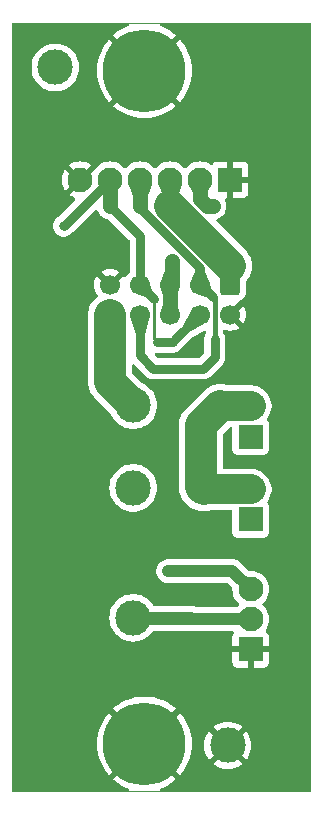
<source format=gbl>
G04 #@! TF.GenerationSoftware,KiCad,Pcbnew,8.0.6*
G04 #@! TF.CreationDate,2025-12-26T07:29:08-05:00*
G04 #@! TF.ProjectId,heaterboard_1,68656174-6572-4626-9f61-72645f312e6b,3.0*
G04 #@! TF.SameCoordinates,Original*
G04 #@! TF.FileFunction,Copper,L2,Bot*
G04 #@! TF.FilePolarity,Positive*
%FSLAX46Y46*%
G04 Gerber Fmt 4.6, Leading zero omitted, Abs format (unit mm)*
G04 Created by KiCad (PCBNEW 8.0.6) date 2025-12-26 07:29:08*
%MOMM*%
%LPD*%
G01*
G04 APERTURE LIST*
G04 Aperture macros list*
%AMRoundRect*
0 Rectangle with rounded corners*
0 $1 Rounding radius*
0 $2 $3 $4 $5 $6 $7 $8 $9 X,Y pos of 4 corners*
0 Add a 4 corners polygon primitive as box body*
4,1,4,$2,$3,$4,$5,$6,$7,$8,$9,$2,$3,0*
0 Add four circle primitives for the rounded corners*
1,1,$1+$1,$2,$3*
1,1,$1+$1,$4,$5*
1,1,$1+$1,$6,$7*
1,1,$1+$1,$8,$9*
0 Add four rect primitives between the rounded corners*
20,1,$1+$1,$2,$3,$4,$5,0*
20,1,$1+$1,$4,$5,$6,$7,0*
20,1,$1+$1,$6,$7,$8,$9,0*
20,1,$1+$1,$8,$9,$2,$3,0*%
G04 Aperture macros list end*
G04 #@! TA.AperFunction,ComponentPad*
%ADD10C,3.000000*%
G04 #@! TD*
G04 #@! TA.AperFunction,ComponentPad*
%ADD11R,2.100000X2.100000*%
G04 #@! TD*
G04 #@! TA.AperFunction,ComponentPad*
%ADD12C,2.100000*%
G04 #@! TD*
G04 #@! TA.AperFunction,ComponentPad*
%ADD13RoundRect,0.250000X-0.600000X0.600000X-0.600000X-0.600000X0.600000X-0.600000X0.600000X0.600000X0*%
G04 #@! TD*
G04 #@! TA.AperFunction,ComponentPad*
%ADD14C,1.700000*%
G04 #@! TD*
G04 #@! TA.AperFunction,ComponentPad*
%ADD15C,0.800000*%
G04 #@! TD*
G04 #@! TA.AperFunction,ComponentPad*
%ADD16C,7.000000*%
G04 #@! TD*
G04 #@! TA.AperFunction,ViaPad*
%ADD17C,0.800000*%
G04 #@! TD*
G04 #@! TA.AperFunction,ViaPad*
%ADD18C,1.200000*%
G04 #@! TD*
G04 #@! TA.AperFunction,Conductor*
%ADD19C,0.762000*%
G04 #@! TD*
G04 #@! TA.AperFunction,Conductor*
%ADD20C,0.254000*%
G04 #@! TD*
G04 #@! TA.AperFunction,Conductor*
%ADD21C,1.270000*%
G04 #@! TD*
G04 #@! TA.AperFunction,Conductor*
%ADD22C,0.250000*%
G04 #@! TD*
G04 #@! TA.AperFunction,Conductor*
%ADD23C,1.000000*%
G04 #@! TD*
G04 #@! TA.AperFunction,Conductor*
%ADD24C,2.700000*%
G04 #@! TD*
G04 #@! TA.AperFunction,Conductor*
%ADD25C,0.508000*%
G04 #@! TD*
G04 #@! TA.AperFunction,Conductor*
%ADD26C,2.500000*%
G04 #@! TD*
G04 #@! TA.AperFunction,Conductor*
%ADD27C,0.381000*%
G04 #@! TD*
G04 #@! TA.AperFunction,Profile*
%ADD28C,0.100000*%
G04 #@! TD*
G04 APERTURE END LIST*
D10*
X143050000Y-124329714D03*
X151050000Y-146129714D03*
D11*
X151250000Y-98250000D03*
D12*
X148710000Y-98250000D03*
X146170000Y-98250000D03*
X143630000Y-98250000D03*
X141090000Y-98250000D03*
X138550000Y-98250000D03*
D10*
X143050000Y-117329714D03*
D13*
X151250000Y-107125000D03*
D14*
X151250000Y-109665000D03*
X148710000Y-107125000D03*
X148710000Y-109665000D03*
X146170000Y-107125000D03*
X146170000Y-109665000D03*
X143630000Y-107125000D03*
X143630000Y-109665000D03*
X141090000Y-107125000D03*
X141090000Y-109665000D03*
D10*
X143050000Y-135329714D03*
X136450000Y-88729714D03*
D11*
X153000000Y-138000000D03*
D12*
X153000000Y-135460000D03*
X153000000Y-132920000D03*
D11*
X153000000Y-120000000D03*
D12*
X153000000Y-117460000D03*
D15*
X141375000Y-146000000D03*
X142143845Y-144143845D03*
X142143845Y-147856155D03*
X144000000Y-143375000D03*
D16*
X144000000Y-146000000D03*
D15*
X144000000Y-148625000D03*
X145856155Y-144143845D03*
X145856155Y-147856155D03*
X146625000Y-146000000D03*
X141375000Y-89000000D03*
X142143845Y-87143845D03*
X142143845Y-90856155D03*
X144000000Y-86375000D03*
D16*
X144000000Y-89000000D03*
D15*
X144000000Y-91625000D03*
X145856155Y-87143845D03*
X145856155Y-90856155D03*
X146625000Y-89000000D03*
D11*
X153000000Y-127000000D03*
D12*
X153000000Y-124460000D03*
D17*
X137160000Y-102158800D03*
X139800000Y-102579714D03*
X138430000Y-109220000D03*
X145590000Y-121044714D03*
X148590000Y-112395000D03*
X141951122Y-105005524D03*
X153845000Y-105169714D03*
X139065000Y-106045000D03*
D18*
X149800050Y-100450000D03*
X146304000Y-105156000D03*
D17*
X146006250Y-131373464D03*
X144760514Y-114229714D03*
D19*
X143630000Y-102990000D02*
X141090000Y-100450000D01*
X141068800Y-98250000D02*
X137160000Y-102158800D01*
D20*
X144807000Y-108302000D02*
X144807000Y-111733000D01*
D21*
X141090000Y-100450000D02*
X141090000Y-98250000D01*
D19*
X145074000Y-112000000D02*
X146375000Y-112000000D01*
D22*
X143180286Y-135460000D02*
X143050000Y-135329714D01*
D20*
X146375000Y-112000000D02*
X146615000Y-111760000D01*
D19*
X143630000Y-107125000D02*
X144807000Y-108302000D01*
X143630000Y-107125000D02*
X143630000Y-102990000D01*
D23*
X148050000Y-135460000D02*
X147919714Y-135329714D01*
D19*
X146615000Y-111760000D02*
X148710000Y-109665000D01*
D23*
X148050000Y-135460000D02*
X143180286Y-135460000D01*
X147919714Y-135329714D02*
X143050000Y-135329714D01*
X153000000Y-135460000D02*
X148050000Y-135460000D01*
D20*
X144807000Y-111733000D02*
X145074000Y-112000000D01*
D24*
X143050000Y-117329714D02*
X141090000Y-115369714D01*
X146170000Y-100450000D02*
X151250000Y-105530000D01*
X149005286Y-124460000D02*
X148765000Y-124219714D01*
D25*
X146304000Y-98552000D02*
X146304000Y-98384000D01*
D26*
X153000000Y-124460000D02*
X149005286Y-124460000D01*
D24*
X148765000Y-119035000D02*
X150400000Y-117400000D01*
X148765000Y-124219714D02*
X148765000Y-119035000D01*
D19*
X151250000Y-105530000D02*
X151250000Y-107125000D01*
D25*
X146304000Y-98384000D02*
X146170000Y-98250000D01*
D26*
X150400000Y-117400000D02*
X153000000Y-117400000D01*
D24*
X141090000Y-115369714D02*
X141090000Y-109665000D01*
D21*
X146170000Y-98250000D02*
X146170000Y-100450000D01*
D22*
X148710000Y-99600497D02*
X148710000Y-99860000D01*
D21*
X148710000Y-99860000D02*
X149300000Y-100450000D01*
X149300000Y-100450000D02*
X149800050Y-100450000D01*
D22*
X148978000Y-100450000D02*
X149800050Y-100450000D01*
D21*
X146170000Y-107125000D02*
X146170000Y-109665000D01*
D22*
X146304000Y-106991000D02*
X146170000Y-107125000D01*
D21*
X148710000Y-98250000D02*
X148710000Y-99860000D01*
D22*
X148844000Y-100584000D02*
X148978000Y-100450000D01*
X148776117Y-100450000D02*
X149800050Y-100450000D01*
D21*
X146304000Y-105156000D02*
X146304000Y-106991000D01*
D19*
X143630000Y-100659714D02*
X148710000Y-105739714D01*
D23*
X151453464Y-131373464D02*
X153000000Y-132920000D01*
D19*
X148710000Y-105739714D02*
X148710000Y-107125000D01*
X144760514Y-114229714D02*
X143630000Y-113099200D01*
D23*
X146006250Y-131373464D02*
X151453464Y-131373464D01*
D19*
X143630000Y-100450000D02*
X143630000Y-100659714D01*
X149950500Y-113249500D02*
X149950500Y-111700000D01*
D21*
X143630000Y-98250000D02*
X143630000Y-100450000D01*
D22*
X149885000Y-108229000D02*
X149860000Y-108204000D01*
D19*
X149789000Y-108204000D02*
X148710000Y-107125000D01*
X144760514Y-114229714D02*
X148970286Y-114229714D01*
D27*
X149950500Y-111700000D02*
X149950500Y-108294500D01*
D22*
X149860000Y-108204000D02*
X149789000Y-108204000D01*
D19*
X148970286Y-114229714D02*
X149950500Y-113249500D01*
X143630000Y-113099200D02*
X143630000Y-109665000D01*
G04 #@! TA.AperFunction,Conductor*
G36*
X149182175Y-111037668D02*
G01*
X149224022Y-111093620D01*
X149228977Y-111163313D01*
X149210925Y-111205793D01*
X149162233Y-111278667D01*
X149095184Y-111440537D01*
X149095181Y-111440549D01*
X149061000Y-111612387D01*
X149061000Y-112829695D01*
X149041315Y-112896734D01*
X149024681Y-112917376D01*
X148638162Y-113303895D01*
X148576839Y-113337380D01*
X148550481Y-113340214D01*
X145180319Y-113340214D01*
X145113280Y-113320529D01*
X145092638Y-113303895D01*
X144889629Y-113100886D01*
X144856144Y-113039563D01*
X144861128Y-112969871D01*
X144903000Y-112913938D01*
X144968464Y-112889521D01*
X144980300Y-112889680D01*
X144980300Y-112889500D01*
X146462609Y-112889500D01*
X146462610Y-112889499D01*
X146634458Y-112855317D01*
X146796336Y-112788265D01*
X146942023Y-112690920D01*
X147065920Y-112567023D01*
X147078968Y-112547494D01*
X147098721Y-112517933D01*
X147132933Y-112483721D01*
X147162494Y-112463968D01*
X147182023Y-112450920D01*
X148059961Y-111572980D01*
X148088254Y-111551809D01*
X149048445Y-111028044D01*
X149116721Y-111013223D01*
X149182175Y-111037668D01*
G37*
G04 #@! TD.AperFunction*
G04 #@! TA.AperFunction,Conductor*
G36*
X142658343Y-85019685D02*
G01*
X142704098Y-85072489D01*
X142714042Y-85141647D01*
X142685017Y-85205203D01*
X142633078Y-85240752D01*
X142467423Y-85300023D01*
X142112135Y-85468062D01*
X141775041Y-85670109D01*
X141459368Y-85904228D01*
X141353622Y-86000069D01*
X142285457Y-86931904D01*
X142193573Y-86893845D01*
X142094117Y-86893845D01*
X142002231Y-86931905D01*
X141931905Y-87002231D01*
X141893845Y-87094117D01*
X141893845Y-87193573D01*
X141931904Y-87285456D01*
X141000069Y-86353622D01*
X140904228Y-86459368D01*
X140670109Y-86775041D01*
X140468062Y-87112135D01*
X140300023Y-87467424D01*
X140300016Y-87467440D01*
X140167625Y-87837450D01*
X140072129Y-88218691D01*
X140014461Y-88607449D01*
X139995176Y-89000000D01*
X140014461Y-89392550D01*
X140072129Y-89781308D01*
X140167625Y-90162549D01*
X140300016Y-90532559D01*
X140300023Y-90532575D01*
X140468062Y-90887864D01*
X140670109Y-91224958D01*
X140904228Y-91540632D01*
X141000068Y-91646376D01*
X141000069Y-91646376D01*
X142598381Y-90048064D01*
X142681457Y-90156331D01*
X142843669Y-90318543D01*
X142951934Y-90401617D01*
X142355786Y-90997765D01*
X142393845Y-90905883D01*
X142393845Y-90806427D01*
X142355785Y-90714541D01*
X142285459Y-90644215D01*
X142193573Y-90606155D01*
X142094117Y-90606155D01*
X142002231Y-90644215D01*
X141931905Y-90714541D01*
X141893845Y-90806427D01*
X141893845Y-90905883D01*
X141931905Y-90997769D01*
X142002231Y-91068095D01*
X142094117Y-91106155D01*
X142193573Y-91106155D01*
X142285455Y-91068096D01*
X141353622Y-91999929D01*
X141353622Y-91999930D01*
X141459367Y-92095771D01*
X141775041Y-92329890D01*
X142112135Y-92531937D01*
X142467424Y-92699976D01*
X142467440Y-92699983D01*
X142837450Y-92832374D01*
X143218691Y-92927870D01*
X143607449Y-92985538D01*
X144000000Y-93004823D01*
X144392550Y-92985538D01*
X144781308Y-92927870D01*
X145162549Y-92832374D01*
X145532559Y-92699983D01*
X145532575Y-92699976D01*
X145887864Y-92531937D01*
X146224958Y-92329890D01*
X146540632Y-92095770D01*
X146646376Y-91999929D01*
X145714542Y-91068095D01*
X145806427Y-91106155D01*
X145905883Y-91106155D01*
X145997769Y-91068095D01*
X146068095Y-90997769D01*
X146106155Y-90905883D01*
X146106155Y-90806427D01*
X146068095Y-90714542D01*
X146999929Y-91646376D01*
X147095770Y-91540632D01*
X147329890Y-91224958D01*
X147531937Y-90887864D01*
X147699976Y-90532575D01*
X147699983Y-90532559D01*
X147832374Y-90162549D01*
X147927870Y-89781308D01*
X147985538Y-89392550D01*
X148004823Y-89000000D01*
X147985538Y-88607449D01*
X147927870Y-88218691D01*
X147832374Y-87837450D01*
X147699983Y-87467440D01*
X147699976Y-87467424D01*
X147531937Y-87112135D01*
X147329890Y-86775041D01*
X147095771Y-86459367D01*
X146999930Y-86353622D01*
X146999929Y-86353622D01*
X146068096Y-87285454D01*
X146106155Y-87193573D01*
X146106155Y-87094117D01*
X146068095Y-87002231D01*
X145997769Y-86931905D01*
X145905883Y-86893845D01*
X145806427Y-86893845D01*
X145714541Y-86931905D01*
X145644215Y-87002231D01*
X145606155Y-87094117D01*
X145606155Y-87193573D01*
X145644215Y-87285459D01*
X145714541Y-87355785D01*
X145806427Y-87393845D01*
X145905883Y-87393845D01*
X145997764Y-87355786D01*
X145401617Y-87951934D01*
X145318543Y-87843669D01*
X145156331Y-87681457D01*
X145048065Y-87598381D01*
X146646376Y-86000069D01*
X146646376Y-86000068D01*
X146540632Y-85904228D01*
X146224958Y-85670109D01*
X145887864Y-85468062D01*
X145532576Y-85300023D01*
X145366922Y-85240752D01*
X145310433Y-85199633D01*
X145285141Y-85134501D01*
X145299078Y-85066036D01*
X145347817Y-85015973D01*
X145408696Y-85000000D01*
X157876000Y-85000000D01*
X157943039Y-85019685D01*
X157988794Y-85072489D01*
X158000000Y-85124000D01*
X158000000Y-149876000D01*
X157980315Y-149943039D01*
X157927511Y-149988794D01*
X157876000Y-150000000D01*
X145408696Y-150000000D01*
X145341657Y-149980315D01*
X145295902Y-149927511D01*
X145285958Y-149858353D01*
X145314983Y-149794797D01*
X145366922Y-149759248D01*
X145532576Y-149699976D01*
X145887864Y-149531937D01*
X146224958Y-149329890D01*
X146540632Y-149095770D01*
X146646376Y-148999929D01*
X145714542Y-148068095D01*
X145806427Y-148106155D01*
X145905883Y-148106155D01*
X145997769Y-148068095D01*
X146068095Y-147997769D01*
X146106155Y-147905883D01*
X146106155Y-147806427D01*
X146068095Y-147714542D01*
X146999929Y-148646376D01*
X147095770Y-148540632D01*
X147329890Y-148224958D01*
X147531937Y-147887864D01*
X147699976Y-147532575D01*
X147699983Y-147532559D01*
X147832374Y-147162549D01*
X147927870Y-146781308D01*
X147985538Y-146392550D01*
X147998451Y-146129712D01*
X149044891Y-146129712D01*
X149044891Y-146129715D01*
X149065300Y-146415076D01*
X149126109Y-146694609D01*
X149226091Y-146962672D01*
X149363191Y-147213752D01*
X149363196Y-147213760D01*
X149469882Y-147356275D01*
X149469883Y-147356276D01*
X150372421Y-146453738D01*
X150385359Y-146484972D01*
X150467437Y-146607811D01*
X150571903Y-146712277D01*
X150694742Y-146794355D01*
X150725974Y-146807292D01*
X149823436Y-147709829D01*
X149965960Y-147816521D01*
X149965961Y-147816522D01*
X150217042Y-147953622D01*
X150217041Y-147953622D01*
X150485104Y-148053604D01*
X150764637Y-148114413D01*
X151049999Y-148134823D01*
X151050001Y-148134823D01*
X151335362Y-148114413D01*
X151614895Y-148053604D01*
X151882958Y-147953622D01*
X152134047Y-147816517D01*
X152276561Y-147709830D01*
X152276562Y-147709829D01*
X151374025Y-146807291D01*
X151405258Y-146794355D01*
X151528097Y-146712277D01*
X151632563Y-146607811D01*
X151714641Y-146484972D01*
X151727578Y-146453739D01*
X152630115Y-147356276D01*
X152630116Y-147356275D01*
X152736803Y-147213761D01*
X152873908Y-146962672D01*
X152973890Y-146694609D01*
X153034699Y-146415076D01*
X153055109Y-146129715D01*
X153055109Y-146129712D01*
X153034699Y-145844351D01*
X152973890Y-145564818D01*
X152873908Y-145296755D01*
X152736808Y-145045675D01*
X152736807Y-145045674D01*
X152630115Y-144903150D01*
X151727577Y-145805687D01*
X151714641Y-145774456D01*
X151632563Y-145651617D01*
X151528097Y-145547151D01*
X151405258Y-145465073D01*
X151374024Y-145452135D01*
X152276562Y-144549597D01*
X152276561Y-144549596D01*
X152134046Y-144442910D01*
X152134038Y-144442905D01*
X151882957Y-144305805D01*
X151882958Y-144305805D01*
X151614895Y-144205823D01*
X151335362Y-144145014D01*
X151050001Y-144124605D01*
X151049999Y-144124605D01*
X150764637Y-144145014D01*
X150485104Y-144205823D01*
X150217041Y-144305805D01*
X149965961Y-144442905D01*
X149965953Y-144442910D01*
X149823437Y-144549596D01*
X149823436Y-144549597D01*
X150725975Y-145452135D01*
X150694742Y-145465073D01*
X150571903Y-145547151D01*
X150467437Y-145651617D01*
X150385359Y-145774456D01*
X150372421Y-145805688D01*
X149469883Y-144903150D01*
X149469882Y-144903151D01*
X149363196Y-145045667D01*
X149363191Y-145045675D01*
X149226091Y-145296755D01*
X149126109Y-145564818D01*
X149065300Y-145844351D01*
X149044891Y-146129712D01*
X147998451Y-146129712D01*
X148004823Y-146000000D01*
X147985538Y-145607449D01*
X147927870Y-145218691D01*
X147832374Y-144837450D01*
X147699983Y-144467440D01*
X147699976Y-144467424D01*
X147531937Y-144112135D01*
X147329890Y-143775041D01*
X147095771Y-143459367D01*
X146999930Y-143353622D01*
X146999929Y-143353622D01*
X146068096Y-144285454D01*
X146106155Y-144193573D01*
X146106155Y-144094117D01*
X146068095Y-144002231D01*
X145997769Y-143931905D01*
X145905883Y-143893845D01*
X145806427Y-143893845D01*
X145714541Y-143931905D01*
X145644215Y-144002231D01*
X145606155Y-144094117D01*
X145606155Y-144193573D01*
X145644215Y-144285459D01*
X145714541Y-144355785D01*
X145806427Y-144393845D01*
X145905883Y-144393845D01*
X145997764Y-144355786D01*
X145401617Y-144951934D01*
X145318543Y-144843669D01*
X145156331Y-144681457D01*
X145048065Y-144598381D01*
X146646376Y-143000069D01*
X146646376Y-143000068D01*
X146540632Y-142904228D01*
X146224958Y-142670109D01*
X145887864Y-142468062D01*
X145532575Y-142300023D01*
X145532559Y-142300016D01*
X145162549Y-142167625D01*
X144781308Y-142072129D01*
X144392550Y-142014461D01*
X144000000Y-141995176D01*
X143607449Y-142014461D01*
X143218691Y-142072129D01*
X142837450Y-142167625D01*
X142467440Y-142300016D01*
X142467424Y-142300023D01*
X142112135Y-142468062D01*
X141775041Y-142670109D01*
X141459368Y-142904228D01*
X141353622Y-143000069D01*
X142285457Y-143931904D01*
X142193573Y-143893845D01*
X142094117Y-143893845D01*
X142002231Y-143931905D01*
X141931905Y-144002231D01*
X141893845Y-144094117D01*
X141893845Y-144193573D01*
X141931904Y-144285456D01*
X141000069Y-143353622D01*
X140904228Y-143459368D01*
X140670109Y-143775041D01*
X140468062Y-144112135D01*
X140300023Y-144467424D01*
X140300016Y-144467440D01*
X140167625Y-144837450D01*
X140072129Y-145218691D01*
X140014461Y-145607449D01*
X139995176Y-146000000D01*
X140014461Y-146392550D01*
X140072129Y-146781308D01*
X140167625Y-147162549D01*
X140300016Y-147532559D01*
X140300023Y-147532575D01*
X140468062Y-147887864D01*
X140670109Y-148224958D01*
X140904228Y-148540632D01*
X141000068Y-148646376D01*
X141000069Y-148646376D01*
X142598381Y-147048064D01*
X142681457Y-147156331D01*
X142843669Y-147318543D01*
X142951934Y-147401617D01*
X142355786Y-147997765D01*
X142393845Y-147905883D01*
X142393845Y-147806427D01*
X142355785Y-147714541D01*
X142285459Y-147644215D01*
X142193573Y-147606155D01*
X142094117Y-147606155D01*
X142002231Y-147644215D01*
X141931905Y-147714541D01*
X141893845Y-147806427D01*
X141893845Y-147905883D01*
X141931905Y-147997769D01*
X142002231Y-148068095D01*
X142094117Y-148106155D01*
X142193573Y-148106155D01*
X142285455Y-148068096D01*
X141353622Y-148999929D01*
X141353622Y-148999930D01*
X141459367Y-149095771D01*
X141775041Y-149329890D01*
X142112135Y-149531937D01*
X142467423Y-149699976D01*
X142633078Y-149759248D01*
X142689567Y-149800367D01*
X142714859Y-149865499D01*
X142700922Y-149933964D01*
X142652183Y-149984027D01*
X142591304Y-150000000D01*
X132924000Y-150000000D01*
X132856961Y-149980315D01*
X132811206Y-149927511D01*
X132800000Y-149876000D01*
X132800000Y-135329714D01*
X141036807Y-135329714D01*
X141055557Y-135603844D01*
X141055558Y-135603846D01*
X141111458Y-135872855D01*
X141111463Y-135872872D01*
X141203476Y-136131770D01*
X141329889Y-136375738D01*
X141329893Y-136375744D01*
X141488340Y-136600213D01*
X141488343Y-136600216D01*
X141675889Y-136801028D01*
X141889031Y-136974432D01*
X141889033Y-136974433D01*
X141889034Y-136974434D01*
X142123801Y-137117199D01*
X142328348Y-137206045D01*
X142375823Y-137226667D01*
X142640404Y-137300799D01*
X142879720Y-137333692D01*
X142912614Y-137338214D01*
X142912615Y-137338214D01*
X143187386Y-137338214D01*
X143216733Y-137334180D01*
X143459596Y-137300799D01*
X143724177Y-137226667D01*
X143976200Y-137117198D01*
X144210969Y-136974432D01*
X144424111Y-136801028D01*
X144611657Y-136600216D01*
X144667579Y-136520991D01*
X144722321Y-136477574D01*
X144768884Y-136468500D01*
X147950671Y-136468500D01*
X151438148Y-136468500D01*
X151505187Y-136488185D01*
X151550942Y-136540989D01*
X151560886Y-136610147D01*
X151537414Y-136666812D01*
X151506647Y-136707910D01*
X151506645Y-136707913D01*
X151456403Y-136842620D01*
X151456401Y-136842627D01*
X151450000Y-136902155D01*
X151450000Y-137750000D01*
X152509252Y-137750000D01*
X152487482Y-137787708D01*
X152450000Y-137927591D01*
X152450000Y-138072409D01*
X152487482Y-138212292D01*
X152509252Y-138250000D01*
X151450000Y-138250000D01*
X151450000Y-139097844D01*
X151456401Y-139157372D01*
X151456403Y-139157379D01*
X151506645Y-139292086D01*
X151506649Y-139292093D01*
X151592809Y-139407187D01*
X151592812Y-139407190D01*
X151707906Y-139493350D01*
X151707913Y-139493354D01*
X151842620Y-139543596D01*
X151842627Y-139543598D01*
X151902155Y-139549999D01*
X151902172Y-139550000D01*
X152750000Y-139550000D01*
X152750000Y-138490747D01*
X152787708Y-138512518D01*
X152927591Y-138550000D01*
X153072409Y-138550000D01*
X153212292Y-138512518D01*
X153250000Y-138490747D01*
X153250000Y-139550000D01*
X154097828Y-139550000D01*
X154097844Y-139549999D01*
X154157372Y-139543598D01*
X154157379Y-139543596D01*
X154292086Y-139493354D01*
X154292093Y-139493350D01*
X154407187Y-139407190D01*
X154407190Y-139407187D01*
X154493350Y-139292093D01*
X154493354Y-139292086D01*
X154543596Y-139157379D01*
X154543598Y-139157372D01*
X154549999Y-139097844D01*
X154550000Y-139097827D01*
X154550000Y-138250000D01*
X153490748Y-138250000D01*
X153512518Y-138212292D01*
X153550000Y-138072409D01*
X153550000Y-137927591D01*
X153512518Y-137787708D01*
X153490748Y-137750000D01*
X154550000Y-137750000D01*
X154550000Y-136902172D01*
X154549999Y-136902155D01*
X154543598Y-136842627D01*
X154543596Y-136842620D01*
X154493354Y-136707913D01*
X154493350Y-136707906D01*
X154407190Y-136592812D01*
X154407187Y-136592809D01*
X154310137Y-136520157D01*
X154268266Y-136464223D01*
X154263282Y-136394532D01*
X154278718Y-136356104D01*
X154392927Y-136169732D01*
X154486805Y-135943092D01*
X154544072Y-135704557D01*
X154563319Y-135460000D01*
X154544072Y-135215443D01*
X154486805Y-134976908D01*
X154407965Y-134786572D01*
X154392928Y-134750269D01*
X154264753Y-134541106D01*
X154264752Y-134541104D01*
X154105433Y-134354567D01*
X154023147Y-134284288D01*
X153984956Y-134225783D01*
X153984458Y-134155915D01*
X154021811Y-134096869D01*
X154023085Y-134095765D01*
X154105433Y-134025433D01*
X154264752Y-133838896D01*
X154392927Y-133629732D01*
X154486805Y-133403092D01*
X154544072Y-133164557D01*
X154563319Y-132920000D01*
X154544072Y-132675443D01*
X154486805Y-132436908D01*
X154437182Y-132317108D01*
X154392928Y-132210269D01*
X154274093Y-132016348D01*
X154264752Y-132001104D01*
X154105433Y-131814567D01*
X153918896Y-131655248D01*
X153918893Y-131655246D01*
X153709730Y-131527071D01*
X153483087Y-131433193D01*
X153244553Y-131375927D01*
X153244554Y-131375927D01*
X153022841Y-131358478D01*
X153000000Y-131356681D01*
X152999999Y-131356681D01*
X152929902Y-131362197D01*
X152861525Y-131347832D01*
X152832494Y-131326260D01*
X152096348Y-130590113D01*
X152096344Y-130590110D01*
X151931174Y-130479746D01*
X151931167Y-130479742D01*
X151913328Y-130472353D01*
X151895488Y-130464964D01*
X151747633Y-130403720D01*
X151747625Y-130403718D01*
X151552797Y-130364964D01*
X151552793Y-130364964D01*
X145906921Y-130364964D01*
X145906916Y-130364964D01*
X145712088Y-130403718D01*
X145712080Y-130403720D01*
X145528548Y-130479741D01*
X145528539Y-130479746D01*
X145363369Y-130590110D01*
X145363365Y-130590113D01*
X145222899Y-130730579D01*
X145222896Y-130730583D01*
X145112532Y-130895753D01*
X145112527Y-130895762D01*
X145036506Y-131079294D01*
X145036504Y-131079302D01*
X144997750Y-131274130D01*
X144997750Y-131472797D01*
X145036504Y-131667625D01*
X145036506Y-131667633D01*
X145112527Y-131851165D01*
X145112532Y-131851174D01*
X145222896Y-132016344D01*
X145222899Y-132016348D01*
X145363365Y-132156814D01*
X145363369Y-132156817D01*
X145528539Y-132267181D01*
X145528545Y-132267184D01*
X145528546Y-132267185D01*
X145712081Y-132343208D01*
X145906916Y-132381963D01*
X145906920Y-132381964D01*
X145906921Y-132381964D01*
X150984368Y-132381964D01*
X151051407Y-132401649D01*
X151072049Y-132418283D01*
X151406260Y-132752494D01*
X151439745Y-132813817D01*
X151442197Y-132849902D01*
X151436681Y-132919999D01*
X151455927Y-133164554D01*
X151513193Y-133403087D01*
X151607071Y-133629730D01*
X151735246Y-133838893D01*
X151735248Y-133838896D01*
X151894567Y-134025433D01*
X151970547Y-134090327D01*
X151976850Y-134095710D01*
X152015043Y-134154217D01*
X152015541Y-134224085D01*
X151978187Y-134283131D01*
X151976850Y-134284290D01*
X151894567Y-134354567D01*
X151848902Y-134408032D01*
X151790397Y-134446225D01*
X151754614Y-134451500D01*
X148457490Y-134451500D01*
X148403219Y-134437905D01*
X148403046Y-134438324D01*
X148400223Y-134437155D01*
X148399034Y-134436857D01*
X148397415Y-134435991D01*
X148326952Y-134406805D01*
X148213883Y-134359970D01*
X148213875Y-134359968D01*
X148019047Y-134321214D01*
X148019043Y-134321214D01*
X144860849Y-134321214D01*
X144793810Y-134301529D01*
X144759546Y-134268724D01*
X144631369Y-134087138D01*
X144611655Y-134059209D01*
X144536465Y-133978702D01*
X144424111Y-133858400D01*
X144210969Y-133684996D01*
X144210967Y-133684995D01*
X144210965Y-133684993D01*
X143976198Y-133542228D01*
X143724178Y-133432761D01*
X143459602Y-133358630D01*
X143459597Y-133358629D01*
X143459596Y-133358629D01*
X143323490Y-133339921D01*
X143187386Y-133321214D01*
X143187385Y-133321214D01*
X142912615Y-133321214D01*
X142912614Y-133321214D01*
X142640404Y-133358629D01*
X142640397Y-133358630D01*
X142375821Y-133432761D01*
X142123801Y-133542228D01*
X141889034Y-133684993D01*
X141675892Y-133858397D01*
X141488340Y-134059214D01*
X141329893Y-134283683D01*
X141329889Y-134283689D01*
X141203476Y-134527657D01*
X141111463Y-134786555D01*
X141111458Y-134786572D01*
X141055558Y-135055581D01*
X141055557Y-135055583D01*
X141036807Y-135329714D01*
X132800000Y-135329714D01*
X132800000Y-124329714D01*
X141036807Y-124329714D01*
X141055557Y-124603844D01*
X141055558Y-124603846D01*
X141111458Y-124872855D01*
X141111463Y-124872872D01*
X141203476Y-125131770D01*
X141329889Y-125375738D01*
X141329893Y-125375744D01*
X141488340Y-125600213D01*
X141488343Y-125600216D01*
X141675889Y-125801028D01*
X141889031Y-125974432D01*
X141889033Y-125974433D01*
X141889034Y-125974434D01*
X142123801Y-126117199D01*
X142328348Y-126206045D01*
X142375823Y-126226667D01*
X142640404Y-126300799D01*
X142879720Y-126333692D01*
X142912614Y-126338214D01*
X142912615Y-126338214D01*
X143187386Y-126338214D01*
X143216733Y-126334180D01*
X143459596Y-126300799D01*
X143724177Y-126226667D01*
X143945769Y-126130416D01*
X143976198Y-126117199D01*
X144154772Y-126008606D01*
X144210969Y-125974432D01*
X144424111Y-125801028D01*
X144611657Y-125600216D01*
X144770111Y-125375737D01*
X144896523Y-125131772D01*
X144988538Y-124872867D01*
X144988539Y-124872860D01*
X144988541Y-124872855D01*
X145014491Y-124747973D01*
X145044442Y-124603844D01*
X145063193Y-124329714D01*
X145044442Y-124055584D01*
X145010767Y-123893533D01*
X144988541Y-123786572D01*
X144988536Y-123786555D01*
X144896523Y-123527657D01*
X144896523Y-123527656D01*
X144770111Y-123283691D01*
X144770110Y-123283689D01*
X144770106Y-123283683D01*
X144611659Y-123059214D01*
X144551429Y-122994724D01*
X144424111Y-122858400D01*
X144210969Y-122684996D01*
X144210967Y-122684995D01*
X144210965Y-122684993D01*
X143976198Y-122542228D01*
X143724178Y-122432761D01*
X143459602Y-122358630D01*
X143459597Y-122358629D01*
X143459596Y-122358629D01*
X143323490Y-122339921D01*
X143187386Y-122321214D01*
X143187385Y-122321214D01*
X142912615Y-122321214D01*
X142912614Y-122321214D01*
X142640404Y-122358629D01*
X142640397Y-122358630D01*
X142375821Y-122432761D01*
X142123801Y-122542228D01*
X141889034Y-122684993D01*
X141675892Y-122858397D01*
X141488340Y-123059214D01*
X141329893Y-123283683D01*
X141329889Y-123283689D01*
X141203476Y-123527657D01*
X141111463Y-123786555D01*
X141111458Y-123786572D01*
X141055558Y-124055581D01*
X141055557Y-124055583D01*
X141036807Y-124329714D01*
X132800000Y-124329714D01*
X132800000Y-102158800D01*
X136246496Y-102158800D01*
X136266458Y-102348728D01*
X136266459Y-102348731D01*
X136325470Y-102530349D01*
X136325473Y-102530356D01*
X136420960Y-102695744D01*
X136548747Y-102837666D01*
X136703248Y-102949918D01*
X136877712Y-103027594D01*
X137064513Y-103067300D01*
X137255487Y-103067300D01*
X137442288Y-103027594D01*
X137616752Y-102949918D01*
X137771253Y-102837666D01*
X137899040Y-102695744D01*
X137915521Y-102667196D01*
X137935225Y-102641516D01*
X139803205Y-100773536D01*
X139864526Y-100740053D01*
X139934218Y-100745037D01*
X139990151Y-100786909D01*
X140008815Y-100822900D01*
X140030277Y-100888952D01*
X140030276Y-100888952D01*
X140111991Y-101049325D01*
X140217787Y-101194940D01*
X140345060Y-101322213D01*
X140490675Y-101428009D01*
X140569333Y-101468087D01*
X140651047Y-101509723D01*
X140651050Y-101509724D01*
X140736639Y-101537533D01*
X140822230Y-101565343D01*
X140931162Y-101582596D01*
X140994296Y-101612525D01*
X140999445Y-101617388D01*
X142704181Y-103322124D01*
X142737666Y-103383447D01*
X142740500Y-103409805D01*
X142740500Y-106037058D01*
X142720815Y-106104097D01*
X142707729Y-106121041D01*
X142554284Y-106287723D01*
X142554280Y-106287729D01*
X142460250Y-106431651D01*
X142407103Y-106477007D01*
X142337872Y-106486430D01*
X142274536Y-106456927D01*
X142254866Y-106434951D01*
X142204924Y-106363626D01*
X141572961Y-106995588D01*
X141555925Y-106932007D01*
X141490099Y-106817993D01*
X141397007Y-106724901D01*
X141282993Y-106659075D01*
X141219410Y-106642037D01*
X141851373Y-106010073D01*
X141851373Y-106010072D01*
X141767583Y-105951402D01*
X141767579Y-105951400D01*
X141553492Y-105851570D01*
X141553483Y-105851566D01*
X141325326Y-105790432D01*
X141325315Y-105790430D01*
X141090002Y-105769843D01*
X141089998Y-105769843D01*
X140854684Y-105790430D01*
X140854673Y-105790432D01*
X140626516Y-105851566D01*
X140626507Y-105851570D01*
X140412419Y-105951401D01*
X140328625Y-106010072D01*
X140960590Y-106642037D01*
X140897007Y-106659075D01*
X140782993Y-106724901D01*
X140689901Y-106817993D01*
X140624075Y-106932007D01*
X140607037Y-106995590D01*
X139975072Y-106363625D01*
X139916401Y-106447419D01*
X139816570Y-106661507D01*
X139816566Y-106661516D01*
X139755432Y-106889673D01*
X139755430Y-106889684D01*
X139734843Y-107124998D01*
X139734843Y-107125001D01*
X139755430Y-107360315D01*
X139755432Y-107360326D01*
X139816566Y-107588483D01*
X139816570Y-107588492D01*
X139916399Y-107802578D01*
X140039784Y-107978788D01*
X140062111Y-108044994D01*
X140045101Y-108112762D01*
X140013696Y-108148288D01*
X139861970Y-108264711D01*
X139689711Y-108436970D01*
X139689705Y-108436977D01*
X139541403Y-108630249D01*
X139541399Y-108630254D01*
X139541398Y-108630257D01*
X139492958Y-108714156D01*
X139419585Y-108841242D01*
X139419583Y-108841246D01*
X139326355Y-109066318D01*
X139263298Y-109301650D01*
X139231501Y-109543176D01*
X139231500Y-109543193D01*
X139231500Y-115244028D01*
X139231499Y-115244062D01*
X139231499Y-115491534D01*
X139250566Y-115636353D01*
X139263299Y-115733067D01*
X139286448Y-115819460D01*
X139317332Y-115934724D01*
X139326354Y-115968392D01*
X139381780Y-116102202D01*
X139419585Y-116193471D01*
X139541398Y-116404457D01*
X139541401Y-116404462D01*
X139541403Y-116404464D01*
X139689705Y-116597736D01*
X139689711Y-116597743D01*
X139865072Y-116773104D01*
X139865102Y-116773132D01*
X141172515Y-118080545D01*
X141201671Y-118126692D01*
X141203477Y-118131772D01*
X141244660Y-118211251D01*
X141329889Y-118375738D01*
X141329893Y-118375744D01*
X141488340Y-118600213D01*
X141488343Y-118600216D01*
X141675889Y-118801028D01*
X141889031Y-118974432D01*
X141889033Y-118974433D01*
X141889034Y-118974434D01*
X142123801Y-119117199D01*
X142245353Y-119169996D01*
X142375823Y-119226667D01*
X142640404Y-119300799D01*
X142879720Y-119333692D01*
X142912614Y-119338214D01*
X142912615Y-119338214D01*
X143187386Y-119338214D01*
X143216733Y-119334180D01*
X143459596Y-119300799D01*
X143724177Y-119226667D01*
X143976200Y-119117198D01*
X144210969Y-118974432D01*
X144286259Y-118913179D01*
X146906499Y-118913179D01*
X146906499Y-119161199D01*
X146906500Y-119161228D01*
X146906500Y-124094028D01*
X146906499Y-124094062D01*
X146906499Y-124341534D01*
X146931232Y-124529391D01*
X146938299Y-124583067D01*
X146943867Y-124603846D01*
X147001353Y-124818390D01*
X147053007Y-124943092D01*
X147053007Y-124943093D01*
X147094579Y-125043459D01*
X147094585Y-125043471D01*
X147216398Y-125254457D01*
X147216400Y-125254460D01*
X147216401Y-125254461D01*
X147364705Y-125447736D01*
X147364711Y-125447743D01*
X147540073Y-125623105D01*
X147540101Y-125623131D01*
X147777258Y-125860289D01*
X147777263Y-125860293D01*
X147970543Y-126008602D01*
X147970550Y-126008606D01*
X148181521Y-126130411D01*
X148181526Y-126130413D01*
X148181529Y-126130415D01*
X148355617Y-126202524D01*
X148404385Y-126222725D01*
X148406609Y-126223646D01*
X148641933Y-126286701D01*
X148883474Y-126318501D01*
X148883481Y-126318501D01*
X149127092Y-126318501D01*
X149127099Y-126318501D01*
X149368639Y-126286701D01*
X149603964Y-126223646D01*
X149603966Y-126223645D01*
X149607400Y-126222725D01*
X149639493Y-126218500D01*
X151317500Y-126218500D01*
X151384539Y-126238185D01*
X151430294Y-126290989D01*
X151441500Y-126342500D01*
X151441500Y-128098654D01*
X151448011Y-128159202D01*
X151448011Y-128159204D01*
X151499111Y-128296204D01*
X151586739Y-128413261D01*
X151703796Y-128500889D01*
X151840799Y-128551989D01*
X151868050Y-128554918D01*
X151901345Y-128558499D01*
X151901362Y-128558500D01*
X154098638Y-128558500D01*
X154098654Y-128558499D01*
X154125692Y-128555591D01*
X154159201Y-128551989D01*
X154296204Y-128500889D01*
X154413261Y-128413261D01*
X154500889Y-128296204D01*
X154551989Y-128159201D01*
X154555591Y-128125692D01*
X154558499Y-128098654D01*
X154558500Y-128098637D01*
X154558500Y-125901362D01*
X154558499Y-125901345D01*
X154554085Y-125860294D01*
X154551989Y-125840799D01*
X154500889Y-125703796D01*
X154500888Y-125703793D01*
X154500887Y-125703792D01*
X154439312Y-125621539D01*
X154414894Y-125556075D01*
X154429745Y-125487802D01*
X154440204Y-125471740D01*
X154465276Y-125439066D01*
X154580535Y-125239433D01*
X154661705Y-125043471D01*
X154668743Y-125026479D01*
X154668743Y-125026476D01*
X154668749Y-125026464D01*
X154728411Y-124803802D01*
X154758500Y-124575258D01*
X154758500Y-124344742D01*
X154756521Y-124329714D01*
X154728411Y-124116201D01*
X154728411Y-124116198D01*
X154668749Y-123893536D01*
X154668744Y-123893525D01*
X154668743Y-123893520D01*
X154580539Y-123680576D01*
X154580534Y-123680566D01*
X154465276Y-123480934D01*
X154324947Y-123298053D01*
X154324942Y-123298047D01*
X154161952Y-123135057D01*
X154161945Y-123135051D01*
X153979074Y-122994730D01*
X153979072Y-122994729D01*
X153979066Y-122994724D01*
X153779433Y-122879465D01*
X153779423Y-122879460D01*
X153566479Y-122791256D01*
X153566466Y-122791252D01*
X153566467Y-122791252D01*
X153566464Y-122791251D01*
X153343802Y-122731589D01*
X153343801Y-122731588D01*
X153343798Y-122731588D01*
X153115265Y-122701500D01*
X153115258Y-122701500D01*
X150747500Y-122701500D01*
X150680461Y-122681815D01*
X150634706Y-122629011D01*
X150623500Y-122577500D01*
X150623500Y-119856178D01*
X150643185Y-119789139D01*
X150659819Y-119768497D01*
X151229819Y-119198497D01*
X151291142Y-119165012D01*
X151360834Y-119169996D01*
X151416767Y-119211868D01*
X151441184Y-119277332D01*
X151441500Y-119286178D01*
X151441500Y-121098654D01*
X151448011Y-121159202D01*
X151448011Y-121159204D01*
X151499111Y-121296204D01*
X151586739Y-121413261D01*
X151703796Y-121500889D01*
X151840799Y-121551989D01*
X151868050Y-121554918D01*
X151901345Y-121558499D01*
X151901362Y-121558500D01*
X154098638Y-121558500D01*
X154098654Y-121558499D01*
X154125692Y-121555591D01*
X154159201Y-121551989D01*
X154296204Y-121500889D01*
X154413261Y-121413261D01*
X154500889Y-121296204D01*
X154551989Y-121159201D01*
X154555591Y-121125692D01*
X154558499Y-121098654D01*
X154558500Y-121098637D01*
X154558500Y-118901362D01*
X154558499Y-118901345D01*
X154555157Y-118870270D01*
X154551989Y-118840799D01*
X154500889Y-118703796D01*
X154416575Y-118591166D01*
X154392159Y-118525704D01*
X154407011Y-118457431D01*
X154417468Y-118441370D01*
X154421341Y-118436323D01*
X154465276Y-118379066D01*
X154580535Y-118179433D01*
X154668749Y-117966464D01*
X154728411Y-117743802D01*
X154758500Y-117515258D01*
X154758500Y-117284742D01*
X154728411Y-117056198D01*
X154668749Y-116833536D01*
X154668744Y-116833525D01*
X154668743Y-116833520D01*
X154580539Y-116620576D01*
X154580534Y-116620566D01*
X154567357Y-116597743D01*
X154465276Y-116420934D01*
X154324947Y-116238053D01*
X154324942Y-116238047D01*
X154161952Y-116075057D01*
X154161945Y-116075051D01*
X153979074Y-115934730D01*
X153979072Y-115934729D01*
X153979066Y-115934724D01*
X153779433Y-115819465D01*
X153779423Y-115819460D01*
X153566479Y-115731256D01*
X153566466Y-115731252D01*
X153566467Y-115731252D01*
X153566464Y-115731251D01*
X153343802Y-115671589D01*
X153343801Y-115671588D01*
X153343798Y-115671588D01*
X153115265Y-115641500D01*
X153115258Y-115641500D01*
X151034207Y-115641500D01*
X151002114Y-115637275D01*
X150998673Y-115636353D01*
X150763353Y-115573299D01*
X150709677Y-115566232D01*
X150521819Y-115541499D01*
X150521812Y-115541499D01*
X150278187Y-115541499D01*
X150278179Y-115541499D01*
X150063484Y-115569765D01*
X150036647Y-115573299D01*
X149973593Y-115590194D01*
X149801323Y-115636353D01*
X149576245Y-115729584D01*
X149576234Y-115729589D01*
X149365257Y-115851397D01*
X149171978Y-115999705D01*
X149171971Y-115999711D01*
X147536976Y-117634707D01*
X147364710Y-117806971D01*
X147364705Y-117806977D01*
X147271542Y-117928392D01*
X147242327Y-117966466D01*
X147216399Y-118000256D01*
X147216393Y-118000264D01*
X147094588Y-118211235D01*
X147094580Y-118211251D01*
X147001353Y-118436323D01*
X146938299Y-118671648D01*
X146906499Y-118913179D01*
X144286259Y-118913179D01*
X144424111Y-118801028D01*
X144611657Y-118600216D01*
X144770111Y-118375737D01*
X144896523Y-118131772D01*
X144988538Y-117872867D01*
X144988539Y-117872860D01*
X144988541Y-117872855D01*
X145015359Y-117743798D01*
X145044442Y-117603844D01*
X145063193Y-117329714D01*
X145044442Y-117055584D01*
X144998299Y-116833533D01*
X144988541Y-116786572D01*
X144988536Y-116786555D01*
X144929547Y-116620576D01*
X144896523Y-116527656D01*
X144770111Y-116283691D01*
X144770110Y-116283689D01*
X144770106Y-116283683D01*
X144611659Y-116059214D01*
X144593031Y-116039269D01*
X144424111Y-115858400D01*
X144210969Y-115684996D01*
X144210967Y-115684995D01*
X144210965Y-115684993D01*
X143976206Y-115542233D01*
X143976202Y-115542231D01*
X143976200Y-115542230D01*
X143846888Y-115486061D01*
X143808611Y-115460009D01*
X142984819Y-114636217D01*
X142951334Y-114574894D01*
X142948500Y-114548536D01*
X142948500Y-113975005D01*
X142968185Y-113907966D01*
X143020989Y-113862211D01*
X143090147Y-113852267D01*
X143153703Y-113881292D01*
X143160181Y-113887324D01*
X143985284Y-114712427D01*
X144004989Y-114738106D01*
X144021474Y-114766658D01*
X144149261Y-114908580D01*
X144303762Y-115020832D01*
X144478226Y-115098508D01*
X144665027Y-115138214D01*
X144856001Y-115138214D01*
X144932639Y-115121924D01*
X144958420Y-115119214D01*
X149057895Y-115119214D01*
X149057896Y-115119213D01*
X149229744Y-115085031D01*
X149391622Y-115017979D01*
X149537309Y-114920634D01*
X150641420Y-113816523D01*
X150738765Y-113670836D01*
X150805817Y-113508958D01*
X150840000Y-113337108D01*
X150840000Y-113161892D01*
X150840000Y-111612392D01*
X150805817Y-111440542D01*
X150805815Y-111440537D01*
X150738766Y-111278665D01*
X150738764Y-111278662D01*
X150670398Y-111176344D01*
X150649520Y-111109667D01*
X150649500Y-111107454D01*
X150649500Y-111063319D01*
X150669185Y-110996280D01*
X150721989Y-110950525D01*
X150791147Y-110940581D01*
X150805594Y-110943544D01*
X151014677Y-110999568D01*
X151014684Y-110999569D01*
X151249998Y-111020157D01*
X151250002Y-111020157D01*
X151485315Y-110999569D01*
X151485326Y-110999567D01*
X151713483Y-110938433D01*
X151713492Y-110938429D01*
X151927578Y-110838600D01*
X151927582Y-110838598D01*
X152011373Y-110779926D01*
X152011373Y-110779925D01*
X151379410Y-110147962D01*
X151442993Y-110130925D01*
X151557007Y-110065099D01*
X151650099Y-109972007D01*
X151715925Y-109857993D01*
X151732962Y-109794410D01*
X152364925Y-110426373D01*
X152364926Y-110426373D01*
X152423598Y-110342582D01*
X152423600Y-110342578D01*
X152523429Y-110128492D01*
X152523433Y-110128483D01*
X152584567Y-109900326D01*
X152584569Y-109900315D01*
X152605157Y-109665001D01*
X152605157Y-109664998D01*
X152584569Y-109429684D01*
X152584567Y-109429673D01*
X152523433Y-109201516D01*
X152523429Y-109201507D01*
X152423600Y-108987423D01*
X152423599Y-108987421D01*
X152364925Y-108903626D01*
X152364925Y-108903625D01*
X151732962Y-109535589D01*
X151715925Y-109472007D01*
X151650099Y-109357993D01*
X151557007Y-109264901D01*
X151442993Y-109199075D01*
X151379409Y-109182037D01*
X152018746Y-108542700D01*
X152026926Y-108501998D01*
X152075541Y-108451815D01*
X152097679Y-108441986D01*
X152172738Y-108417115D01*
X152323652Y-108324030D01*
X152449030Y-108198652D01*
X152542115Y-108047738D01*
X152597887Y-107879426D01*
X152608500Y-107775545D01*
X152608499Y-106851178D01*
X152628183Y-106784140D01*
X152644823Y-106763493D01*
X152645455Y-106762860D01*
X152650293Y-106758023D01*
X152798602Y-106564743D01*
X152920415Y-106353758D01*
X153013646Y-106128678D01*
X153076701Y-105893353D01*
X153108501Y-105651813D01*
X153108501Y-105408187D01*
X153076701Y-105166647D01*
X153013646Y-104931322D01*
X152978556Y-104846608D01*
X152920419Y-104706251D01*
X152920411Y-104706235D01*
X152798606Y-104495264D01*
X152798602Y-104495257D01*
X152650293Y-104301977D01*
X152650288Y-104301971D01*
X150094548Y-101746232D01*
X150061063Y-101684909D01*
X150066047Y-101615217D01*
X150107919Y-101559284D01*
X150143911Y-101540620D01*
X150238999Y-101509724D01*
X150239002Y-101509723D01*
X150297466Y-101479934D01*
X150399375Y-101428009D01*
X150544990Y-101322213D01*
X150672263Y-101194940D01*
X150778059Y-101049325D01*
X150859773Y-100888952D01*
X150915393Y-100717770D01*
X150943550Y-100539995D01*
X150943550Y-100360005D01*
X150915393Y-100182230D01*
X150859773Y-100011048D01*
X150859770Y-100011041D01*
X150844104Y-99980294D01*
X150831208Y-99911625D01*
X150857485Y-99846885D01*
X150914592Y-99806628D01*
X150954589Y-99800000D01*
X151000000Y-99800000D01*
X151000000Y-98740747D01*
X151037708Y-98762518D01*
X151177591Y-98800000D01*
X151322409Y-98800000D01*
X151462292Y-98762518D01*
X151500000Y-98740747D01*
X151500000Y-99800000D01*
X152347828Y-99800000D01*
X152347844Y-99799999D01*
X152407372Y-99793598D01*
X152407379Y-99793596D01*
X152542086Y-99743354D01*
X152542093Y-99743350D01*
X152657187Y-99657190D01*
X152657190Y-99657187D01*
X152743350Y-99542093D01*
X152743354Y-99542086D01*
X152793596Y-99407379D01*
X152793598Y-99407372D01*
X152799999Y-99347844D01*
X152800000Y-99347827D01*
X152800000Y-98500000D01*
X151740748Y-98500000D01*
X151762518Y-98462292D01*
X151800000Y-98322409D01*
X151800000Y-98177591D01*
X151762518Y-98037708D01*
X151740748Y-98000000D01*
X152800000Y-98000000D01*
X152800000Y-97152172D01*
X152799999Y-97152155D01*
X152793598Y-97092627D01*
X152793596Y-97092620D01*
X152743354Y-96957913D01*
X152743350Y-96957906D01*
X152657190Y-96842812D01*
X152657187Y-96842809D01*
X152542093Y-96756649D01*
X152542086Y-96756645D01*
X152407379Y-96706403D01*
X152407372Y-96706401D01*
X152347844Y-96700000D01*
X151500000Y-96700000D01*
X151500000Y-97759252D01*
X151462292Y-97737482D01*
X151322409Y-97700000D01*
X151177591Y-97700000D01*
X151037708Y-97737482D01*
X151000000Y-97759252D01*
X151000000Y-96700000D01*
X150152155Y-96700000D01*
X150092627Y-96706401D01*
X150092620Y-96706403D01*
X149957913Y-96756645D01*
X149957906Y-96756649D01*
X149842812Y-96842809D01*
X149770157Y-96939863D01*
X149714223Y-96981733D01*
X149644531Y-96986717D01*
X149606102Y-96971279D01*
X149419730Y-96857072D01*
X149193087Y-96763193D01*
X148954553Y-96705927D01*
X148954554Y-96705927D01*
X148710000Y-96686681D01*
X148465445Y-96705927D01*
X148226912Y-96763193D01*
X148000269Y-96857071D01*
X147791106Y-96985246D01*
X147604567Y-97144567D01*
X147534290Y-97226850D01*
X147475783Y-97265043D01*
X147405915Y-97265541D01*
X147346869Y-97228187D01*
X147345710Y-97226850D01*
X147340327Y-97220547D01*
X147275433Y-97144567D01*
X147088896Y-96985248D01*
X147066101Y-96971279D01*
X146879730Y-96857071D01*
X146653087Y-96763193D01*
X146414553Y-96705927D01*
X146414554Y-96705927D01*
X146170000Y-96686681D01*
X145925445Y-96705927D01*
X145686912Y-96763193D01*
X145460269Y-96857071D01*
X145251106Y-96985246D01*
X145064567Y-97144567D01*
X144994290Y-97226850D01*
X144935783Y-97265043D01*
X144865915Y-97265541D01*
X144806869Y-97228187D01*
X144805710Y-97226850D01*
X144800327Y-97220547D01*
X144735433Y-97144567D01*
X144548896Y-96985248D01*
X144526101Y-96971279D01*
X144339730Y-96857071D01*
X144113087Y-96763193D01*
X143874553Y-96705927D01*
X143874554Y-96705927D01*
X143630000Y-96686681D01*
X143385445Y-96705927D01*
X143146912Y-96763193D01*
X142920269Y-96857071D01*
X142711106Y-96985246D01*
X142524567Y-97144567D01*
X142454290Y-97226850D01*
X142395783Y-97265043D01*
X142325915Y-97265541D01*
X142266869Y-97228187D01*
X142265710Y-97226850D01*
X142260327Y-97220547D01*
X142195433Y-97144567D01*
X142008896Y-96985248D01*
X141986101Y-96971279D01*
X141799730Y-96857071D01*
X141573087Y-96763193D01*
X141334553Y-96705927D01*
X141334554Y-96705927D01*
X141090000Y-96686681D01*
X140845445Y-96705927D01*
X140606912Y-96763193D01*
X140380269Y-96857071D01*
X140171106Y-96985246D01*
X139984570Y-97144564D01*
X139984568Y-97144565D01*
X139984567Y-97144567D01*
X139978072Y-97152172D01*
X139844790Y-97308223D01*
X139838181Y-97315371D01*
X139073787Y-98079765D01*
X139062518Y-98037708D01*
X138990110Y-97912292D01*
X138887708Y-97809890D01*
X138762292Y-97737482D01*
X138720234Y-97726212D01*
X139457941Y-96988504D01*
X139255861Y-96864668D01*
X139030457Y-96771303D01*
X138793219Y-96714348D01*
X138793220Y-96714348D01*
X138550000Y-96695207D01*
X138306780Y-96714348D01*
X138069542Y-96771303D01*
X137844138Y-96864668D01*
X137642057Y-96988504D01*
X138379766Y-97726212D01*
X138337708Y-97737482D01*
X138212292Y-97809890D01*
X138109890Y-97912292D01*
X138037482Y-98037708D01*
X138026212Y-98079765D01*
X137288504Y-97342057D01*
X137164668Y-97544138D01*
X137071303Y-97769542D01*
X137014348Y-98006780D01*
X136995207Y-98250000D01*
X137014348Y-98493219D01*
X137071303Y-98730457D01*
X137164668Y-98955861D01*
X137288504Y-99157941D01*
X138026212Y-98420233D01*
X138037482Y-98462292D01*
X138109890Y-98587708D01*
X138212292Y-98690110D01*
X138337708Y-98762518D01*
X138379765Y-98773787D01*
X137642057Y-99511494D01*
X137844138Y-99635331D01*
X138069544Y-99728696D01*
X138074177Y-99730202D01*
X138073535Y-99732177D01*
X138126575Y-99762605D01*
X138158763Y-99824619D01*
X138152314Y-99894190D01*
X138124750Y-99936104D01*
X136673314Y-101387541D01*
X136658520Y-101400177D01*
X136548746Y-101479934D01*
X136420959Y-101621857D01*
X136325473Y-101787243D01*
X136325470Y-101787250D01*
X136266459Y-101968868D01*
X136266458Y-101968872D01*
X136246496Y-102158800D01*
X132800000Y-102158800D01*
X132800000Y-88729714D01*
X134436807Y-88729714D01*
X134455557Y-89003844D01*
X134455558Y-89003846D01*
X134511458Y-89272855D01*
X134511463Y-89272872D01*
X134603476Y-89531770D01*
X134729889Y-89775738D01*
X134729893Y-89775744D01*
X134888340Y-90000213D01*
X134888343Y-90000216D01*
X135075889Y-90201028D01*
X135289031Y-90374432D01*
X135289033Y-90374433D01*
X135289034Y-90374434D01*
X135523801Y-90517199D01*
X135652027Y-90572895D01*
X135775823Y-90626667D01*
X136040404Y-90700799D01*
X136279720Y-90733692D01*
X136312614Y-90738214D01*
X136312615Y-90738214D01*
X136587386Y-90738214D01*
X136616733Y-90734180D01*
X136859596Y-90700799D01*
X137124177Y-90626667D01*
X137376200Y-90517198D01*
X137610969Y-90374432D01*
X137824111Y-90201028D01*
X138011657Y-90000216D01*
X138170111Y-89775737D01*
X138296523Y-89531772D01*
X138388538Y-89272867D01*
X138388539Y-89272860D01*
X138388541Y-89272855D01*
X138434907Y-89049728D01*
X138444442Y-89003844D01*
X138463193Y-88729714D01*
X138444442Y-88455584D01*
X138425141Y-88362703D01*
X138388541Y-88186572D01*
X138388536Y-88186555D01*
X138296523Y-87927657D01*
X138296523Y-87927656D01*
X138170111Y-87683691D01*
X138170110Y-87683689D01*
X138170106Y-87683683D01*
X138011659Y-87459214D01*
X137950608Y-87393845D01*
X137824111Y-87258400D01*
X137610969Y-87084996D01*
X137610967Y-87084995D01*
X137610965Y-87084993D01*
X137376198Y-86942228D01*
X137124178Y-86832761D01*
X136859602Y-86758630D01*
X136859597Y-86758629D01*
X136859596Y-86758629D01*
X136723490Y-86739921D01*
X136587386Y-86721214D01*
X136587385Y-86721214D01*
X136312615Y-86721214D01*
X136312614Y-86721214D01*
X136040404Y-86758629D01*
X136040397Y-86758630D01*
X135775821Y-86832761D01*
X135523801Y-86942228D01*
X135289034Y-87084993D01*
X135075892Y-87258397D01*
X134888340Y-87459214D01*
X134729893Y-87683683D01*
X134729889Y-87683689D01*
X134603476Y-87927657D01*
X134511463Y-88186555D01*
X134511458Y-88186572D01*
X134455558Y-88455581D01*
X134455557Y-88455583D01*
X134436807Y-88729714D01*
X132800000Y-88729714D01*
X132800000Y-85124000D01*
X132819685Y-85056961D01*
X132872489Y-85011206D01*
X132924000Y-85000000D01*
X142591304Y-85000000D01*
X142658343Y-85019685D01*
G37*
G04 #@! TD.AperFunction*
G04 #@! TA.AperFunction,Conductor*
G36*
X145997767Y-147644214D02*
G01*
X145905883Y-147606155D01*
X145806427Y-147606155D01*
X145714541Y-147644215D01*
X145644215Y-147714541D01*
X145606155Y-147806427D01*
X145606155Y-147905883D01*
X145644214Y-147997767D01*
X145048065Y-147401618D01*
X145156331Y-147318543D01*
X145318543Y-147156331D01*
X145401618Y-147048065D01*
X145997767Y-147644214D01*
G37*
G04 #@! TD.AperFunction*
G04 #@! TA.AperFunction,Conductor*
G36*
X142951934Y-144598381D02*
G01*
X142843669Y-144681457D01*
X142681457Y-144843669D01*
X142598382Y-144951934D01*
X142002233Y-144355785D01*
X142094117Y-144393845D01*
X142193573Y-144393845D01*
X142285459Y-144355785D01*
X142355785Y-144285459D01*
X142393845Y-144193573D01*
X142393845Y-144094117D01*
X142355785Y-144002232D01*
X142951934Y-144598381D01*
G37*
G04 #@! TD.AperFunction*
G04 #@! TA.AperFunction,Conductor*
G36*
X145997767Y-90644214D02*
G01*
X145905883Y-90606155D01*
X145806427Y-90606155D01*
X145714541Y-90644215D01*
X145644215Y-90714541D01*
X145606155Y-90806427D01*
X145606155Y-90905883D01*
X145644214Y-90997767D01*
X145048065Y-90401618D01*
X145156331Y-90318543D01*
X145318543Y-90156331D01*
X145401618Y-90048065D01*
X145997767Y-90644214D01*
G37*
G04 #@! TD.AperFunction*
G04 #@! TA.AperFunction,Conductor*
G36*
X142951934Y-87598381D02*
G01*
X142843669Y-87681457D01*
X142681457Y-87843669D01*
X142598382Y-87951934D01*
X142002233Y-87355785D01*
X142094117Y-87393845D01*
X142193573Y-87393845D01*
X142285459Y-87355785D01*
X142355785Y-87285459D01*
X142393845Y-87193573D01*
X142393845Y-87094117D01*
X142355785Y-87002232D01*
X142951934Y-87598381D01*
G37*
G04 #@! TD.AperFunction*
G04 #@! TA.AperFunction,Conductor*
G36*
X141926742Y-109664984D02*
G01*
X141935011Y-109668421D01*
X141938428Y-109676698D01*
X141938336Y-109678152D01*
X141726294Y-111354768D01*
X141721856Y-111362546D01*
X141714686Y-111365000D01*
X140465314Y-111365000D01*
X140457041Y-111361573D01*
X140453706Y-111354768D01*
X140241663Y-109678152D01*
X140244025Y-109669514D01*
X140251803Y-109665076D01*
X140253250Y-109664984D01*
X141090000Y-109664000D01*
X141926742Y-109664984D01*
G37*
G04 #@! TD.AperFunction*
G04 #@! TA.AperFunction,Conductor*
G36*
X146174489Y-107125865D02*
G01*
X146945598Y-107446251D01*
X146951923Y-107452590D01*
X146952334Y-107460357D01*
X146553470Y-108816601D01*
X146547848Y-108823571D01*
X146542245Y-108825000D01*
X145797755Y-108825000D01*
X145789482Y-108821573D01*
X145786530Y-108816601D01*
X145387665Y-107460357D01*
X145388619Y-107451453D01*
X145394401Y-107446251D01*
X146165511Y-107125865D01*
X146174466Y-107125856D01*
X146174489Y-107125865D01*
G37*
G04 #@! TD.AperFunction*
G04 #@! TA.AperFunction,Conductor*
G36*
X148714487Y-98250863D02*
G01*
X149668365Y-98646956D01*
X149674691Y-98653293D01*
X149674683Y-98662248D01*
X149674289Y-98663099D01*
X148838262Y-100293638D01*
X148831438Y-100299437D01*
X148827851Y-100300000D01*
X148592149Y-100300000D01*
X148583876Y-100296573D01*
X148581738Y-100293638D01*
X147745710Y-98663099D01*
X147744984Y-98654174D01*
X147750783Y-98647350D01*
X147751627Y-98646959D01*
X148705513Y-98250862D01*
X148714467Y-98250855D01*
X148714487Y-98250863D01*
G37*
G04 #@! TD.AperFunction*
G04 #@! TA.AperFunction,Conductor*
G36*
X148817657Y-105290395D02*
G01*
X148823456Y-105296194D01*
X148825867Y-105299699D01*
X149490404Y-106788753D01*
X149490647Y-106797704D01*
X149484488Y-106804205D01*
X149484209Y-106804326D01*
X148715190Y-107123844D01*
X148706236Y-107123852D01*
X147935895Y-106804361D01*
X147929566Y-106798027D01*
X147929570Y-106789072D01*
X147929733Y-106788696D01*
X148455273Y-105637275D01*
X148457640Y-105633866D01*
X148801112Y-105290394D01*
X148809384Y-105286968D01*
X148817657Y-105290395D01*
G37*
G04 #@! TD.AperFunction*
G04 #@! TA.AperFunction,Conductor*
G36*
X146550518Y-107968427D02*
G01*
X146553470Y-107973399D01*
X146952334Y-109329642D01*
X146951380Y-109338546D01*
X146945598Y-109343748D01*
X146174489Y-109664134D01*
X146165534Y-109664143D01*
X146165511Y-109664134D01*
X145394401Y-109343748D01*
X145388076Y-109337409D01*
X145387665Y-109329643D01*
X145786530Y-107973399D01*
X145792152Y-107966429D01*
X145797755Y-107965000D01*
X146542245Y-107965000D01*
X146550518Y-107968427D01*
G37*
G04 #@! TD.AperFunction*
G04 #@! TA.AperFunction,Conductor*
G36*
X143634489Y-109665865D02*
G01*
X144405598Y-109986251D01*
X144411923Y-109992590D01*
X144412334Y-110000357D01*
X144013470Y-111356601D01*
X144007848Y-111363571D01*
X144002245Y-111365000D01*
X143257755Y-111365000D01*
X143249482Y-111361573D01*
X143246530Y-111356601D01*
X142847665Y-110000357D01*
X142848619Y-109991453D01*
X142854401Y-109986251D01*
X143625511Y-109665865D01*
X143634466Y-109665856D01*
X143634489Y-109665865D01*
G37*
G04 #@! TD.AperFunction*
G04 #@! TA.AperFunction,Conductor*
G36*
X144412696Y-106804500D02*
G01*
X144419021Y-106810839D01*
X144419293Y-106811565D01*
X144928792Y-108322031D01*
X144928189Y-108330966D01*
X144921446Y-108336857D01*
X144917706Y-108337471D01*
X144681774Y-108337471D01*
X144678303Y-108336944D01*
X143316958Y-107914099D01*
X143310074Y-107908373D01*
X143309256Y-107899455D01*
X143309610Y-107898474D01*
X143628144Y-107128485D01*
X143634471Y-107122153D01*
X144403741Y-106804491D01*
X144412696Y-106804500D01*
G37*
G04 #@! TD.AperFunction*
G04 #@! TA.AperFunction,Conductor*
G36*
X148835188Y-99653427D02*
G01*
X148837859Y-99657563D01*
X149075551Y-100286344D01*
X149075271Y-100295294D01*
X149069109Y-100301280D01*
X148714502Y-100449123D01*
X148705548Y-100449144D01*
X148705498Y-100449123D01*
X148350890Y-100301280D01*
X148344572Y-100294933D01*
X148344448Y-100286345D01*
X148582141Y-99657562D01*
X148588272Y-99651036D01*
X148593085Y-99650000D01*
X148826915Y-99650000D01*
X148835188Y-99653427D01*
G37*
G04 #@! TD.AperFunction*
G04 #@! TA.AperFunction,Conductor*
G36*
X146683686Y-105455081D02*
G01*
X146686885Y-105461054D01*
X146953409Y-106790300D01*
X146951675Y-106799085D01*
X146946426Y-106803405D01*
X146174489Y-107124134D01*
X146165534Y-107124143D01*
X146165511Y-107124134D01*
X145395358Y-106804146D01*
X145389033Y-106797807D01*
X145388981Y-106789002D01*
X145920061Y-105459015D01*
X145926312Y-105452603D01*
X145930927Y-105451654D01*
X146675413Y-105451654D01*
X146683686Y-105455081D01*
G37*
G04 #@! TD.AperFunction*
G04 #@! TA.AperFunction,Conductor*
G36*
X147129799Y-98647551D02*
G01*
X147136125Y-98653888D01*
X147136329Y-98662294D01*
X146553774Y-100292238D01*
X146547763Y-100298875D01*
X146542757Y-100300000D01*
X145797243Y-100300000D01*
X145788970Y-100296573D01*
X145786226Y-100292238D01*
X145203670Y-98662294D01*
X145204112Y-98653350D01*
X145210198Y-98647552D01*
X146165513Y-98250862D01*
X146174467Y-98250855D01*
X147129799Y-98647551D01*
G37*
G04 #@! TD.AperFunction*
G04 #@! TA.AperFunction,Conductor*
G36*
X147934407Y-109343726D02*
G01*
X148706215Y-109662438D01*
X148712552Y-109668761D01*
X148712562Y-109668785D01*
X149031272Y-110440590D01*
X149031263Y-110449545D01*
X149026061Y-110455327D01*
X147785011Y-111132296D01*
X147776107Y-111133250D01*
X147771135Y-111130298D01*
X147244701Y-110603864D01*
X147241274Y-110595591D01*
X147242702Y-110589989D01*
X147919674Y-109348936D01*
X147926642Y-109343316D01*
X147934407Y-109343726D01*
G37*
G04 #@! TD.AperFunction*
G04 #@! TA.AperFunction,Conductor*
G36*
X144589799Y-98647551D02*
G01*
X144596125Y-98653888D01*
X144596329Y-98662294D01*
X144013774Y-100292238D01*
X144007763Y-100298875D01*
X144002757Y-100300000D01*
X143257243Y-100300000D01*
X143248970Y-100296573D01*
X143246226Y-100292238D01*
X142663670Y-98662294D01*
X142664112Y-98653350D01*
X142670198Y-98647552D01*
X143625513Y-98250862D01*
X143634467Y-98250855D01*
X144589799Y-98647551D01*
G37*
G04 #@! TD.AperFunction*
G04 #@! TA.AperFunction,Conductor*
G36*
X149492125Y-106804739D02*
G01*
X149498454Y-106811073D01*
X149498895Y-106812338D01*
X149859552Y-108077428D01*
X149860000Y-108080636D01*
X149860000Y-108313517D01*
X149856573Y-108321790D01*
X149848300Y-108325217D01*
X149845106Y-108324772D01*
X148397350Y-107913882D01*
X148390326Y-107908327D01*
X148389289Y-107899433D01*
X148389725Y-107898173D01*
X148707147Y-107129486D01*
X148713468Y-107123151D01*
X149483172Y-106804735D01*
X149492125Y-106804739D01*
G37*
G04 #@! TD.AperFunction*
D28*
X132800000Y-150000000D02*
X158000000Y-150000000D01*
X158000000Y-85000000D02*
X132800000Y-85000000D01*
X132800000Y-85000000D02*
X132800000Y-150000000D01*
X158000000Y-150000000D02*
X158000000Y-85000000D01*
M02*

</source>
